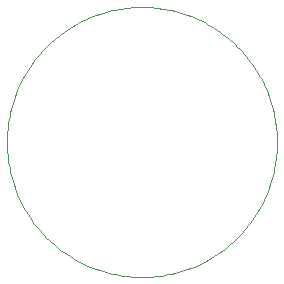
<source format=gko>
G75*
%MOIN*%
%OFA0B0*%
%FSLAX25Y25*%
%IPPOS*%
%LPD*%
%AMOC8*
5,1,8,0,0,1.08239X$1,22.5*
%
%ADD10C,0.00100*%
D10*
X0001050Y0046050D02*
X0001064Y0047154D01*
X0001104Y0048258D01*
X0001172Y0049360D01*
X0001267Y0050461D01*
X0001388Y0051558D01*
X0001537Y0052653D01*
X0001713Y0053743D01*
X0001915Y0054829D01*
X0002143Y0055910D01*
X0002399Y0056984D01*
X0002680Y0058052D01*
X0002988Y0059113D01*
X0003321Y0060166D01*
X0003681Y0061210D01*
X0004065Y0062245D01*
X0004475Y0063271D01*
X0004911Y0064286D01*
X0005370Y0065290D01*
X0005855Y0066283D01*
X0006364Y0067263D01*
X0006896Y0068230D01*
X0007452Y0069185D01*
X0008032Y0070125D01*
X0008634Y0071051D01*
X0009259Y0071961D01*
X0009906Y0072856D01*
X0010574Y0073735D01*
X0011265Y0074598D01*
X0011976Y0075443D01*
X0012707Y0076270D01*
X0013459Y0077079D01*
X0014230Y0077870D01*
X0015021Y0078641D01*
X0015830Y0079393D01*
X0016657Y0080124D01*
X0017502Y0080835D01*
X0018365Y0081526D01*
X0019244Y0082194D01*
X0020139Y0082841D01*
X0021049Y0083466D01*
X0021975Y0084068D01*
X0022915Y0084648D01*
X0023870Y0085204D01*
X0024837Y0085736D01*
X0025817Y0086245D01*
X0026810Y0086730D01*
X0027814Y0087189D01*
X0028829Y0087625D01*
X0029855Y0088035D01*
X0030890Y0088419D01*
X0031934Y0088779D01*
X0032987Y0089112D01*
X0034048Y0089420D01*
X0035116Y0089701D01*
X0036190Y0089957D01*
X0037271Y0090185D01*
X0038357Y0090387D01*
X0039447Y0090563D01*
X0040542Y0090712D01*
X0041639Y0090833D01*
X0042740Y0090928D01*
X0043842Y0090996D01*
X0044946Y0091036D01*
X0046050Y0091050D01*
X0047154Y0091036D01*
X0048258Y0090996D01*
X0049360Y0090928D01*
X0050461Y0090833D01*
X0051558Y0090712D01*
X0052653Y0090563D01*
X0053743Y0090387D01*
X0054829Y0090185D01*
X0055910Y0089957D01*
X0056984Y0089701D01*
X0058052Y0089420D01*
X0059113Y0089112D01*
X0060166Y0088779D01*
X0061210Y0088419D01*
X0062245Y0088035D01*
X0063271Y0087625D01*
X0064286Y0087189D01*
X0065290Y0086730D01*
X0066283Y0086245D01*
X0067263Y0085736D01*
X0068230Y0085204D01*
X0069185Y0084648D01*
X0070125Y0084068D01*
X0071051Y0083466D01*
X0071961Y0082841D01*
X0072856Y0082194D01*
X0073735Y0081526D01*
X0074598Y0080835D01*
X0075443Y0080124D01*
X0076270Y0079393D01*
X0077079Y0078641D01*
X0077870Y0077870D01*
X0078641Y0077079D01*
X0079393Y0076270D01*
X0080124Y0075443D01*
X0080835Y0074598D01*
X0081526Y0073735D01*
X0082194Y0072856D01*
X0082841Y0071961D01*
X0083466Y0071051D01*
X0084068Y0070125D01*
X0084648Y0069185D01*
X0085204Y0068230D01*
X0085736Y0067263D01*
X0086245Y0066283D01*
X0086730Y0065290D01*
X0087189Y0064286D01*
X0087625Y0063271D01*
X0088035Y0062245D01*
X0088419Y0061210D01*
X0088779Y0060166D01*
X0089112Y0059113D01*
X0089420Y0058052D01*
X0089701Y0056984D01*
X0089957Y0055910D01*
X0090185Y0054829D01*
X0090387Y0053743D01*
X0090563Y0052653D01*
X0090712Y0051558D01*
X0090833Y0050461D01*
X0090928Y0049360D01*
X0090996Y0048258D01*
X0091036Y0047154D01*
X0091050Y0046050D01*
X0091036Y0044946D01*
X0090996Y0043842D01*
X0090928Y0042740D01*
X0090833Y0041639D01*
X0090712Y0040542D01*
X0090563Y0039447D01*
X0090387Y0038357D01*
X0090185Y0037271D01*
X0089957Y0036190D01*
X0089701Y0035116D01*
X0089420Y0034048D01*
X0089112Y0032987D01*
X0088779Y0031934D01*
X0088419Y0030890D01*
X0088035Y0029855D01*
X0087625Y0028829D01*
X0087189Y0027814D01*
X0086730Y0026810D01*
X0086245Y0025817D01*
X0085736Y0024837D01*
X0085204Y0023870D01*
X0084648Y0022915D01*
X0084068Y0021975D01*
X0083466Y0021049D01*
X0082841Y0020139D01*
X0082194Y0019244D01*
X0081526Y0018365D01*
X0080835Y0017502D01*
X0080124Y0016657D01*
X0079393Y0015830D01*
X0078641Y0015021D01*
X0077870Y0014230D01*
X0077079Y0013459D01*
X0076270Y0012707D01*
X0075443Y0011976D01*
X0074598Y0011265D01*
X0073735Y0010574D01*
X0072856Y0009906D01*
X0071961Y0009259D01*
X0071051Y0008634D01*
X0070125Y0008032D01*
X0069185Y0007452D01*
X0068230Y0006896D01*
X0067263Y0006364D01*
X0066283Y0005855D01*
X0065290Y0005370D01*
X0064286Y0004911D01*
X0063271Y0004475D01*
X0062245Y0004065D01*
X0061210Y0003681D01*
X0060166Y0003321D01*
X0059113Y0002988D01*
X0058052Y0002680D01*
X0056984Y0002399D01*
X0055910Y0002143D01*
X0054829Y0001915D01*
X0053743Y0001713D01*
X0052653Y0001537D01*
X0051558Y0001388D01*
X0050461Y0001267D01*
X0049360Y0001172D01*
X0048258Y0001104D01*
X0047154Y0001064D01*
X0046050Y0001050D01*
X0044946Y0001064D01*
X0043842Y0001104D01*
X0042740Y0001172D01*
X0041639Y0001267D01*
X0040542Y0001388D01*
X0039447Y0001537D01*
X0038357Y0001713D01*
X0037271Y0001915D01*
X0036190Y0002143D01*
X0035116Y0002399D01*
X0034048Y0002680D01*
X0032987Y0002988D01*
X0031934Y0003321D01*
X0030890Y0003681D01*
X0029855Y0004065D01*
X0028829Y0004475D01*
X0027814Y0004911D01*
X0026810Y0005370D01*
X0025817Y0005855D01*
X0024837Y0006364D01*
X0023870Y0006896D01*
X0022915Y0007452D01*
X0021975Y0008032D01*
X0021049Y0008634D01*
X0020139Y0009259D01*
X0019244Y0009906D01*
X0018365Y0010574D01*
X0017502Y0011265D01*
X0016657Y0011976D01*
X0015830Y0012707D01*
X0015021Y0013459D01*
X0014230Y0014230D01*
X0013459Y0015021D01*
X0012707Y0015830D01*
X0011976Y0016657D01*
X0011265Y0017502D01*
X0010574Y0018365D01*
X0009906Y0019244D01*
X0009259Y0020139D01*
X0008634Y0021049D01*
X0008032Y0021975D01*
X0007452Y0022915D01*
X0006896Y0023870D01*
X0006364Y0024837D01*
X0005855Y0025817D01*
X0005370Y0026810D01*
X0004911Y0027814D01*
X0004475Y0028829D01*
X0004065Y0029855D01*
X0003681Y0030890D01*
X0003321Y0031934D01*
X0002988Y0032987D01*
X0002680Y0034048D01*
X0002399Y0035116D01*
X0002143Y0036190D01*
X0001915Y0037271D01*
X0001713Y0038357D01*
X0001537Y0039447D01*
X0001388Y0040542D01*
X0001267Y0041639D01*
X0001172Y0042740D01*
X0001104Y0043842D01*
X0001064Y0044946D01*
X0001050Y0046050D01*
M02*

</source>
